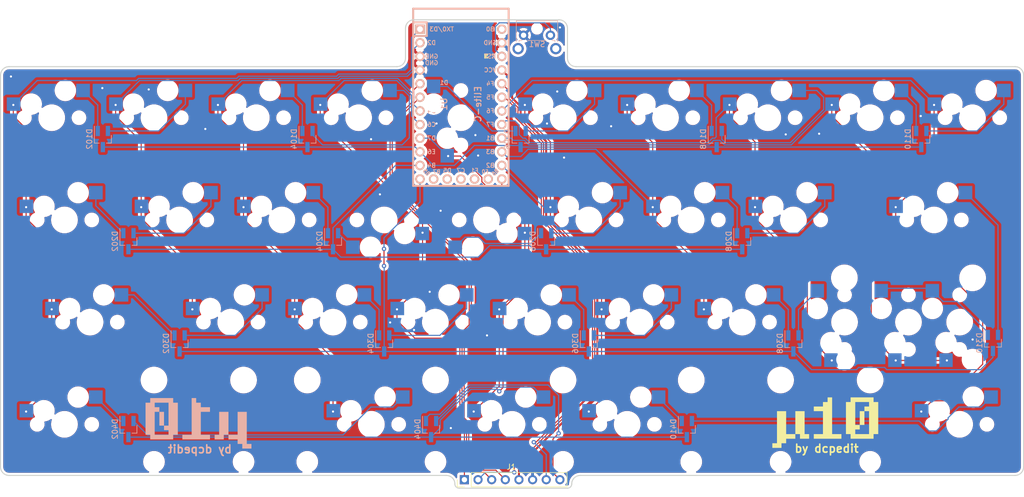
<source format=kicad_pcb>
(kicad_pcb (version 20211014) (generator pcbnew)
  (title_block (title "Sketchy Sketchy PCB") (date "2022-02-04") (rev "1") (company "dcpedit"))
  (layers (0 "F.Cu" signal) (31 "B.Cu" signal) (34 "B.Paste" user) (35 "F.Paste" user) (36 "B.SilkS" user "B.Silkscreen") (37 "F.SilkS" user "F.Silkscreen") (38 "B.Mask" user) (39 "F.Mask" user) (44 "Edge.Cuts" user))
  (net 0 "")
  (net 1 "Net-(D102-Pad1)")
  (net 2 "Row0")
  (net 3 "Net-(D102-Pad2)")
  (net 4 "Net-(D104-Pad1)")
  (net 5 "Row1")
  (net 6 "Net-(D104-Pad2)")
  (net 7 "Net-(D106-Pad1)")
  (net 8 "Net-(D106-Pad2)")
  (net 9 "Net-(D108-Pad1)")
  (net 10 "Net-(D108-Pad2)")
  (net 11 "Net-(D110-Pad1)")
  (net 12 "Net-(D110-Pad2)")
  (net 13 "Net-(D202-Pad1)")
  (net 14 "Net-(D202-Pad2)")
  (net 15 "Net-(D204-Pad1)")
  (net 16 "Net-(D204-Pad2)")
  (net 17 "Net-(D206-Pad1)")
  (net 18 "Net-(D206-Pad2)")
  (net 19 "Net-(D208-Pad1)")
  (net 20 "Net-(D208-Pad2)")
  (net 21 "Row2")
  (net 22 "Row3")
  (net 23 "Net-(D302-Pad1)")
  (net 24 "Net-(D302-Pad2)")
  (net 25 "Net-(D304-Pad1)")
  (net 26 "Net-(D304-Pad2)")
  (net 27 "Net-(D306-Pad1)")
  (net 28 "Net-(D306-Pad2)")
  (net 29 "Net-(D308-Pad1)")
  (net 30 "Net-(D308-Pad2)")
  (net 31 "Net-(D310-Pad2)")
  (net 32 "Net-(D402-Pad1)")
  (net 33 "Net-(D310-Pad1)")
  (net 34 "Net-(D402-Pad2)")
  (net 35 "S2")
  (net 36 "ENB")
  (net 37 "ENA")
  (net 38 "Net-(D410-Pad1)")
  (net 39 "Net-(D410-Pad2)")
  (net 40 "Net-(D404-Pad2)")
  (net 47 "SDA")
  (net 48 "SCL")
  (net 49 "+5V")
  (net 50 "Col0")
  (net 51 "Col1")
  (net 52 "Col2")
  (net 53 "Col3")
  (net 54 "Col4")
  (net 55 "Col5")
  (net 56 "Col6")
  (net 57 "Col7")
  (net 58 "Col8")
  (net 59 "Col9")
  (net 60 "GND")
  (net 61 "Net-(SW1-Pad1)")
  (footprint "Keebio-Parts:Elite-C" (layer "F.Cu") (at 148.43125 46.6725 -90)
    (fp_text reference "U1")
    (fp_text value "Elite-C")
  )
  (footprint "MX_Only:MXOnly-1.25U-Hotswap" (layer "F.Cu") (at 74.6125 106.3625)
    (fp_text reference "MX401")
    (fp_text value "MX-NoLED")
  )
  (footprint "MX_Only:MXOnly-1U-Hotswap" (layer "F.Cu") (at 191.29375 68.2625)
    (fp_text reference "MX207")
    (fp_text value "MX-NoLED")
  )
  (footprint "MX_Only:MXOnly-10U-Hotswap-ReversedStabilizers" (layer "F.Cu") (at 157.95625 106.3625)
    (fp_text reference "MX405")
    (fp_text value "MX-NoLED")
  )
  (footprint "MX_Only:MXOnly-1U-Hotswap" (layer "F.Cu") (at 153.19375 68.2625 180)
    (fp_text reference "MX205")
    (fp_text value "MX-NoLED")
  )
  (footprint "MX_Only:MXOnly-1U-Hotswap" (layer "F.Cu") (at 148.43125 49.2125 90)
    (fp_text reference "MX105")
    (fp_text value "MX-NoLED")
  )
  (footprint "Connector_PinHeader_2.54mm:PinHeader_1x08_P2.54mm_Vertical" (layer "F.Cu") (at 149.08125 116.68125 90)
    (fp_text reference "J1")
    (fp_text value "Conn_01x08_Female")
  )
  (footprint "MX_Only:MXOnly-1.75U-Hotswap" (layer "F.Cu") (at 236.5375 68.2625)
    (fp_text reference "MX310")
    (fp_text value "MX-NoLED")
  )
  (footprint "MX_Only:MXOnly-1U-Hotswap" (layer "F.Cu") (at 115.09375 68.2625)
    (fp_text reference "MX203")
    (fp_text value "MX-NoLED")
  )
  (footprint "MX_Only:MXOnly-1U-Hotswap" (layer "F.Cu") (at 167.48125 49.2125)
    (fp_text reference "MX106")
    (fp_text value "MX-NoLED")
  )
  (footprint "MX_Only:MXOnly-1.25U-Hotswap" (layer "F.Cu") (at 241.3 106.3625)
    (fp_text reference "MX410")
    (fp_text value "MX-NoLED")
  )
  (footprint "MX_Only:MXOnly-2.25U-Hotswap-ReversedStabilizers" (layer "F.Cu") (at 131.7625 106.3625)
    (fp_text reference "MX403")
    (fp_text value "MX-NoLED")
  )
  (footprint "MX_Only:MXOnly-1U-Hotswap" (layer "F.Cu") (at 124.61875 87.3125)
    (fp_text reference "MX303")
    (fp_text value "MX-NoLED")
  )
  (footprint "MX_Only:MXOnly-1U-Hotswap" (layer "F.Cu") (at 172.24375 68.2625)
    (fp_text reference "MX206")
    (fp_text value "MX-NoLED")
  )
  (footprint "MX_Only:MXOnly-1U-Hotswap" (layer "F.Cu") (at 134.14375 68.2625 180)
    (fp_text reference "MX204")
    (fp_text value "MX-NoLED")
  )
  (footprint "MX_Only:MXOnly-1U-Hotswap" (layer "F.Cu") (at 105.56875 87.3125)
    (fp_text reference "MX302")
    (fp_text value "MX-NoLED")
  )
  (footprint "MX_Only:MXOnly-1U-Hotswap" (layer "F.Cu") (at 200.81875 87.3125)
    (fp_text reference "MX307")
    (fp_text value "MX-NoLED")
  )
  (footprint "MX_Only:MXOnly-2.25U-Hotswap-ReversedStabilizers" (layer "F.Cu") (at 231.775 87.3125)
    (fp_text reference "MX309.225")
    (fp_text value "MX-NoLED")
  )
  (footprint "MX_Only:MXOnly-1U-Hotswap" (layer "F.Cu") (at 224.63125 49.2125)
    (fp_text reference "MX109")
    (fp_text value "MX-NoLED")
  )
  (footprint "MX_Only:MXOnly-1U-Hotswap" (layer "F.Cu") (at 72.23125 49.2125)
    (fp_text reference "MX101")
    (fp_text value "MX-NoLED")
  )
  (footprint "MX_Only:MXOnly-1U-Hotswap" (layer "F.Cu") (at 186.53125 49.2125)
    (fp_text reference "MX107")
    (fp_text value "MX-NoLED")
  )
  (footprint "MX_Only:MXOnly-2.75U-Hotswap-ReversedStabilizers" (layer "F.Cu") (at 179.3875 106.3625)
    (fp_text reference "MX406")
    (fp_text value "MX-NoLED")
  )
  (footprint "micro10:micro10_logo" (layer "F.Cu") (at 216.281 106.045)
    (fp_text reference "G***" hide)
    (fp_text value "LOGO" hide)
  )
  (footprint "MX_Only:MXOnly-1U-Hotswap" (layer "F.Cu") (at 210.34375 68.2625)
    (fp_text reference "MX208")
    (fp_text value "MX-NoLED")
  )
  (footprint "MX_Only:MXOnly-1U-Hotswap" (layer "F.Cu") (at 219.86875 87.3125)
    (fp_text reference "MX308")
    (fp_text value "MX-NoLED")
  )
  (footprint "MX_Only:MXOnly-1U-Hotswap" (layer "F.Cu") (at 205.58125 49.2125)
    (fp_text reference "MX108")
    (fp_text value "MX-NoLED")
  )
  (footprint "MX_Only:MXOnly-1U-Hotswap" (layer "F.Cu") (at 181.76875 87.3125)
    (fp_text reference "MX306")
    (fp_text value "MX-NoLED")
  )
  (footprint "MX_Only:MXOnly-1U-Hotswap" (layer "F.Cu") (at 162.71875 87.3125)
    (fp_text reference "MX305")
    (fp_text value "MX-NoLED")
  )
  (footprint "MX_Only:MXOnly-1U-Hotswap" (layer "F.Cu") (at 91.28125 49.2125)
    (fp_text reference "MX102")
    (fp_text value "MX-NoLED")
  )
  (footprint "MX_Only:MXOnly-1U-Hotswap" (layer "F.Cu") (at 129.38125 49.2125)
    (fp_text reference "MX104")
    (fp_text value "MX-NoLED")
  )
  (footprint "MX_Only:MXOnly-1U-Hotswap" (layer "F.Cu") (at 143.66875 87.3125)
    (fp_text reference "MX304")
    (fp_text value "MX-NoLED")
  )
  (footprint "MX_Only:MXOnly-1.25U-Hotswap" (layer "F.Cu") (at 74.6125 68.2625)
    (fp_text reference "MX201")
    (fp_text value "MX-NoLED")
  )
  (footprint "MX_Only:MXOnly-1.75U-Hotswap" (layer "F.Cu") (at 79.375 87.3125)
    (fp_text reference "MX301")
    (fp_text value "MX-NoLED")
  )
  (footprint "MX_Only:MXOnly-1U-Hotswap" (layer "F.Cu") (at 243.68125 49.2125)
    (fp_text reference "MX110")
    (fp_text value "MX-NoLED")
  )
  (footprint "MX_Only:MXOnly-6.25U-Hotswap-ReversedStabilizers" (layer "F.Cu") (at 157.95625 106.3625)
    (fp_text reference "REF**")
    (fp_text value "6.25")
  )
  (footprint "MX_Only:MXOnly-1.25U-Hotswap" (layer "F.Cu") (at 241.3 87.3125)
    (fp_text reference "MX309")
    (fp_text value "MX-NoLED")
  )
  (footprint "MX_Only:MXOnly-1U-Hotswap" (layer "F.Cu") (at 96.04375 68.2625)
    (fp_text reference "MX202")
    (fp_text value "MX-NoLED")
  )
  (footprint "MX_Only:MXOnly-1U-Hotswap" (layer "F.Cu") (at 110.33125 49.2125)
    (fp_text reference "MX103")
    (fp_text value "MX-NoLED")
  )
  (footprint "Keebio-Parts:SW_Tactile_SPST_Angled_MJTP1117" (layer "B.Cu") (at 165.1 33.84375 180)
    (fp_text reference "SW1")
    (fp_text value "SW_Push")
  )
  (footprint "Keebio-Parts:SOT-23_Handsoldering" (layer "B.Cu") (at 81.75625 53.18125 -90)
    (fp_text reference "D102")
    (fp_text value "BAV70")
  )
  (footprint "Keebio-Parts:SOT-23_Handsoldering" (layer "B.Cu") (at 196.05625 53.18125 -90)
    (fp_text reference "D108")
    (fp_text value "BAV70")
  )
  (footprint "Keebio-Parts:SOT-23_Handsoldering" (layer "B.Cu") (at 247.49375 91.19375 -90)
    (fp_text reference "D310")
    (fp_text value "BAV70")
  )
  (footprint "Keebio-Parts:SOT-23_Handsoldering" (layer "B.Cu") (at 159.54375 53.18125 -90)
    (fp_text reference "D106")
    (fp_text value "BAV70")
  )
  (footprint "Keebio-Parts:SOT-23_Handsoldering" (layer "B.Cu") (at 134.14375 91.28125 -90)
    (fp_text reference "D304")
    (fp_text value "BAV70")
  )
  (footprint "Keebio-Parts:SOT-23_Handsoldering" (layer "B.Cu") (at 200.81875 72.23125 -90)
    (fp_text reference "D208")
    (fp_text value "BAV70")
  )
  (footprint "Keebio-Parts:SOT-23_Handsoldering" (layer "B.Cu") (at 172.24375 91.28125 -90)
    (fp_text reference "D306")
    (fp_text value "BAV70")
  )
  (footprint "Keebio-Parts:SOT-23_Handsoldering" (layer "B.Cu") (at 96.04375 91.28125 -90)
    (fp_text reference "D302")
    (fp_text value "BAV70")
  )
  (footprint "Keebio-Parts:SOT-23_Handsoldering" (layer "B.Cu") (at 124.61875 72.23125 -90)
    (fp_text reference "D204")
    (fp_text value "BAV70")
  )
  (footprint "Keebio-Parts:SOT-23_Handsoldering" (layer "B.Cu") (at 234.15625 53.18125 -90)
    (fp_text reference "D110")
    (fp_text value "BAV70")
  )
  (footprint "Keebio-Parts:SOT-23_Handsoldering" (layer "B.Cu") (at 142.875 107.24375 -90)
    (fp_text reference "D404")
    (fp_text value "BAV70")
  )
  (footprint "Keebio-Parts:SOT-23_Handsoldering" (layer "B.Cu") (at 119.85625 53.18125 -90)
    (fp_text reference "D104")
    (fp_text value "BAV70")
  )
  (footprint "Keebio-Parts:SOT-23_Handsoldering" (layer "B.Cu") (at 164.30625 72.23125 -90)
    (fp_text reference "D206")
    (fp_text value "BAV70")
  )
  (footprint "Keebio-Parts:SOT-23_Handsoldering" (layer "B.Cu") (at 86.51875 107.24375 -90)
    (fp_text reference "D402")
    (fp_text value "BAV70")
  )
  (footprint "Keebio-Parts:SOT-23_Handsoldering" (layer "B.Cu") (at 86.51875 72.23125 -90)
    (fp_text reference "D202")
    (fp_text value "BAV70")
  )
  (footprint "Keebio-Parts:SOT-23_Handsoldering" (layer "B.Cu") (at 190.5 107.24375 -90)
    (fp_text reference "D410")
    (fp_text value "BAV70")
  )
  (footprint "micro10:micro10_logo" (layer "B.Cu") (at 99.568 106.172 180)
    (fp_text reference "G***" hide)
    (fp_text value "LOGO" hide)
  )
  (footprint "Keebio-Parts:SOT-23_Handsoldering" (layer "B.Cu") (at 210.34375 91.28125 -90)
    (fp_text reference "D308")
    (fp_text value "BAV70")
  )
  (gr_line (start 64.29375 115.8875) (end 145.721218 115.8875) (layer "Edge.Cuts") (width 0.2))
  (gr_line (start 138.1125 32.54375) (end 138.1125 38.1) (layer "Edge.Cuts") (width 0.2))
  (gr_line (start 168.275 38.1) (end 168.275 32.54375) (layer "Edge.Cuts") (width 0.2))
  (gr_arc (start 148.102468 118.26875) (mid 147.541202 118.036266) (end 147.308718 117.475) (layer "Edge.Cuts") (width 0.2))
  (gr_line (start 251.61875 39.6875) (end 169.8625 39.6875) (layer "Edge.Cuts") (width 0.2))
  (gr_arc (start 145.721218 115.8875) (mid 146.84375 116.352468) (end 147.308718 117.475) (layer "Edge.Cuts") (width 0.2))
  (gr_arc (start 169.06875 117.475) (mid 168.836266 118.036266) (end 168.275 118.26875) (layer "Edge.Cuts") (width 0.2))
  (gr_arc (start 138.1125 32.54375) (mid 138.577468 31.421218) (end 139.7 30.95625) (layer "Edge.Cuts") (width 0.2))
  (gr_line (start 253.20625 41.275) (end 253.20625 114.3) (layer "Edge.Cuts") (width 0.2))
  (gr_arc (start 166.6875 30.95625) (mid 167.810032 31.421218) (end 168.275 32.54375) (layer "Edge.Cuts") (width 0.2))
  (gr_arc (start 169.06875 117.475) (mid 169.533718 116.352468) (end 170.65625 115.8875) (layer "Edge.Cuts") (width 0.2))
  (gr_arc (start 138.1125 38.1) (mid 137.647532 39.222532) (end 136.525 39.6875) (layer "Edge.Cuts") (width 0.2))
  (gr_line (start 136.525 39.6875) (end 64.29375 39.6875) (layer "Edge.Cuts") (width 0.2))
  (gr_line (start 148.102468 118.26875) (end 168.275 118.26875) (layer "Edge.Cuts") (width 0.2))
  (gr_line (start 62.70625 41.275) (end 62.70625 114.3) (layer "Edge.Cuts") (width 0.2))
  (gr_arc (start 253.20625 114.3) (mid 252.741282 115.422532) (end 251.61875 115.8875) (layer "Edge.Cuts") (width 0.2))
  (gr_line (start 170.65625 115.8875) (end 251.61875 115.8875) (layer "Edge.Cuts") (width 0.2))
  (gr_arc (start 64.29375 115.8875) (mid 63.171218 115.422532) (end 62.70625 114.3) (layer "Edge.Cuts") (width 0.2))
  (gr_arc (start 62.70625 41.275) (mid 63.171218 40.152468) (end 64.29375 39.6875) (layer "Edge.Cuts") (width 0.2))
  (gr_line (start 166.6875 30.95625) (end 139.7 30.95625) (layer "Edge.Cuts") (width 0.2))
  (gr_arc (start 251.61875 39.6875) (mid 252.741282 40.152468) (end 253.20625 41.275) (layer "Edge.Cuts") (width 0.2))
  (gr_arc (start 169.8625 39.6875) (mid 168.739968 39.222532) (end 168.275 38.1) (layer "Edge.Cuts") (width 0.2))
  (gr_text "by dcpedit" (at 99.822 110.998) (layer "B.SilkS") (effects (font (size 1.5 1.5) (thickness 0.3)) (justify mirror)))
  (gr_text "by dcpedit" (at 216.535 110.871) (layer "F.SilkS") (effects (font (size 1.5 1.5) (thickness 0.3))))
  (segment (start 80.80625 46.8655) (end 80.80625 51.68125) (width 0.2032) (layer "B.Cu") (net 1))
  (segment (start 78.07325 44.1325) (end 80.80625 46.8655) (width 0.2032) (layer "B.Cu") (net 1))
  (segment (start 150.930883 54.385089) (end 147.213472 58.1025) (width 0.2032) (layer "B.Cu") (net 2))
  (segment (start 147.213472 58.1025) (end 143.35125 58.1025) (width 0.2032) (layer "B.Cu") (net 2))
  (segment (start 159.54375 54.68125) (end 159.247589 54.385089) (width 0.2032) (layer "B.Cu") (net 2))
  (segment (start 139.93 54.68125) (end 140.81125 55.5625) (width 0.2032) (layer "B.Cu") (net 2))
  (segment (start 143.35125 58.1025) (end 140.81125 55.5625) (width 0.2032) (layer "B.Cu") (net 2))
  (segment (start 159.54375 54.68125) (end 196.05625 54.68125) (width 0.2032) (layer "B.Cu") (net 2))
  (segment (start 119.85625 54.68125) (end 139.93 54.68125) (width 0.2032) (layer "B.Cu") (net 2))
  (segment (start 81.75625 54.68125) (end 119.85625 54.68125) (width 0.2032) (layer "B.Cu") (net 2))
  (segment (start 196.05625 54.68125) (end 234.15625 54.68125) (width 0.2032) (layer "B.Cu") (net 2))
  (segment (start 159.247589 54.385089) (end 150.930883 54.385089) (width 0.2032) (layer "B.Cu") (net 2))
  (segment (start 92.128862 51.68125) (end 82.70625 51.68125) (width 0.2032) (layer "B.Cu") (net 3))
  (segment (start 97.12325 44.1325) (end 97.12325 46.686862) (width 0.2032) (layer "B.Cu") (net 3))
  (segment (start 97.12325 46.686862) (end 92.128862 51.68125) (width 0.2032) (layer "B.Cu") (net 3))
  (segment (start 118.90625 46.8655) (end 118.90625 51.68125) (width 0.2032) (layer "B.Cu") (net 4))
  (segment (start 116.17325 44.1325) (end 118.90625 46.8655) (width 0.2032) (layer "B.Cu") (net 4))
  (segment (start 153.784901 73.056341) (end 151.647621 75.193621) (width 0.2032) (layer "B.Cu") (net 5))
  (segment (start 124.61875 73.73125) (end 86.51875 73.73125) (width 0.2032) (layer "B.Cu") (net 5))
  (segment (start 200.81875 73.73125) (end 164.30625 73.73125) (width 0.2032) (layer "B.Cu") (net 5))
  (segment (start 140.81125 58.1025) (end 136.245278 58.1025) (width 0.2032) (layer "B.Cu") (net 5))
  (segment (start 126.081121 75.193621) (end 124.61875 73.73125) (width 0.2032) (layer "B.Cu") (net 5))
  (segment (start 164.30625 73.73125) (end 161.941976 73.73125) (width 0.2032) (layer "B.Cu") (net 5))
  (segment (start 124.61875 69.729028) (end 124.61875 73.73125) (width 0.2032) (layer "B.Cu") (net 5))
  (segment (start 151.647621 75.193621) (end 126.081121 75.193621) (width 0.2032) (layer "B.Cu") (net 5))
  (segment (start 136.245278 58.1025) (end 124.61875 69.729028) (width 0.2032) (layer "B.Cu") (net 5))
  (segment (start 161.267067 73.056341) (end 153.784901 73.056341) (width 0.2032) (layer "B.Cu") (net 5))
  (segment (start 161.941976 73.73125) (end 161.267067 73.056341) (width 0.2032) (layer "B.Cu") (net 5))
  (segment (start 122.682 54.27853) (end 120.80625 52.40278) (width 0.2032) (layer "B.Cu") (net 6))
  (segment (start 138.828399 52.941601) (end 137.49147 54.27853) (width 0.2032) (layer "B.Cu") (net 6))
  (segment (start 137.78094 44.1325) (end 138.828399 45.179959) (width 0.2032) (layer "B.Cu") (net 6))
  (segment (start 138.828399 45.179959) (end 138.828399 52.941601) (width 0.2032) (layer "B.Cu") (net 6))
  (segment (start 120.80625 52.40278) (end 120.80625 51.68125) (width 0.2032) (layer "B.Cu") (net 6))
  (segment (start 137.49147 54.27853) (end 122.682 54.27853) (width 0.2032) (layer "B.Cu") (net 6))
  (segment (start 135.22325 44.1325) (end 137.78094 44.1325) (width 0.2032) (layer "B.Cu") (net 6))
  (segment (start 158.59375 51.68125) (end 154.246002 51.68125) (width 0.2032) (layer "B.Cu") (net 7))
  (segment (start 145.935252 43.3705) (end 143.35125 43.3705) (width 0.2032) (layer "B.Cu") (net 7))
  (segment (start 154.246002 51.68125) (end 145.935252 43.3705) (width 0.2032) (layer "B.Cu") (net 7))
  (segment (start 173.32325 44.1325) (end 173.32325 46.686862) (width 0.2032) (layer "B.Cu") (net 8))
  (segment (start 173.32325 46.686862) (end 168.328862 51.68125) (width 0.2032) (layer "B.Cu") (net 8))
  (segment (start 168.328862 51.68125) (end 160.49375 51.68125) (width 0.2032) (layer "B.Cu") (net 8))
  (segment (start 195.10625 46.8655) (end 195.10625 51.68125) (width 0.2032) (layer "B.Cu") (net 9))
  (segment (start 192.37325 44.1325) (end 195.10625 46.8655) (width 0.2032) (layer "B.Cu") (net 9))
  (segment (start 215.970139 45.409139) (end 215.970139 47.679079) (width 0.2032) (layer "B.Cu") (net 10))
  (segment (start 215.970139 47.679079) (end 209.773408 53.87581) (width 0.2032) (layer "B.Cu") (net 10))
  (segment (start 214.6935 44.1325) (end 215.970139 45.409139) (width 0.2032) (layer "B.Cu") (net 10))
  (segment (start 197.00625 53.224158) (end 197.00625 51.68125) (width 0.2032) (layer "B.Cu") (net 10))
  (segment (start 209.773408 53.87581) (end 197.657902 53.87581) (width 0.2032) (layer "B.Cu") (net 10))
  (segment (start 211.42325 44.1325) (end 214.6935 44.1325) (width 0.2032) (layer "B.Cu") (net 10))
  (segment (start 197.657902 53.87581) (end 197.00625 53.224158) (width 0.2032) (layer "B.Cu") (net 10))
  (segment (start 230.47325 44.1325) (end 233.20625 46.8655) (width 0.2032) (layer "B.Cu") (net 11))
  (segment (start 233.20625 46.8655) (end 233.20625 51.68125) (width 0.2032) (layer "B.Cu") (net 11))
  (segment (start 249.52325 46.686862) (end 244.528862 51.68125) (width 0.2032) (layer "B.Cu") (net 12))
  (segment (start 244.528862 51.68125) (end 235.10625 51.68125) (width 0.2032) (layer "B.Cu") (net 12))
  (segment (start 249.52325 44.1325) (end 249.52325 46.686862) (width 0.2032) (layer "B.Cu") (net 12))
  (segment (start 80.4545 63.1825) (end 80.4545 65.617) (width 0.2032) (layer "B.Cu") (net 13))
  (segment (start 80.4545 65.617) (end 85.56875 70.73125) (width 0.2032) (layer "B.Cu") (net 13))
  (segment (start 101.88575 63.1825) (end 101.88575 65.736862) (width 0.2032) (layer "B.Cu") (net 14))
  (segment (start 101.88575 65.736862) (end 96.891362 70.73125) (width 0.2032) (layer "B.Cu") (net 14))
  (segment (start 96.891362 70.73125) (end 87.46875 70.73125) (width 0.2032) (layer "B.Cu") (net 14))
  (segment (start 123.66875 65.9155) (end 123.66875 70.73125) (width 0.2032) (layer "B.Cu") (net 15))
  (segment (start 120.93575 63.1825) (end 123.66875 65.9155) (width 0.2032) (layer "B.Cu") (net 15))
  (segment (start 128.18 73.3425) (end 125.56875 70.73125) (width 0.2032) (layer "B.Cu") (net 16))
  (segment (start 128.30175 73.3425) (end 128.18 73.3425) (width 0.2032) (layer "B.Cu") (net 16))
  (segment (start 152.917621 72.653621) (end 161.433879 72.653621) (width 0.2032) (layer "B.Cu") (net 17))
  (segment (start 151.755379 71.491379) (end 152.917621 72.653621) (width 0.2032) (layer "B.Cu") (net 17))
  (segment (start 149.202871 71.491379) (end 151.755379 71.491379) (width 0.2032) (layer "B.Cu") (net 17))
  (segment (start 147.35175 73.3425) (end 149.202871 71.491379) (width 0.2032) (layer "B.Cu") (net 17))
  (segment (start 161.433879 72.653621) (end 163.35625 70.73125) (width 0.2032) (layer "B.Cu") (net 17))
  (segment (start 178.08575 65.736862) (end 178.08575 63.1825) (width 0.2032) (layer "B.Cu") (net 18))
  (segment (start 165.25625 70.73125) (end 173.091362 70.73125) (width 0.2032) (layer "B.Cu") (net 18))
  (segment (start 173.091362 70.73125) (end 178.08575 65.736862) (width 0.2032) (layer "B.Cu") (net 18))
  (segment (start 197.13575 63.1825) (end 199.86875 65.9155) (width 0.2032) (layer "B.Cu") (net 19))
  (segment (start 199.86875 65.9155) (end 199.86875 70.73125) (width 0.2032) (layer "B.Cu") (net 19))
  (segment (start 201.76875 70.73125) (end 211.191362 70.73125) (width 0.2032) (layer "B.Cu") (net 20))
  (segment (start 216.18575 65.736862) (end 216.18575 63.1825) (width 0.2032) (layer "B.Cu") (net 20))
  (segment (start 211.191362 70.73125) (end 216.18575 65.736862) (width 0.2032) (layer "B.Cu") (net 20))
  (segment (start 134.112 76.835) (end 134.112 73.66) (width 0.2032) (layer "F.Cu") (net 21))
  (via (at 134.112 76.835) (size 0.8) (drill 0.4) (layers "F.Cu" "B.Cu") (net 21))
  (via (at 134.112 73.66) (size 0.8) (drill 0.4) (layers "F.Cu" "B.Cu") (net 21))
  (segment (start 247.49375 93.88225) (end 247.49375 92.69375) (width 0.2032) (layer "B.Cu") (net 21))
  (segment (start 227.744621 96.172621) (end 245.203379 96.172621) (width 0.2032) (layer "B.Cu") (net 21))
  (segment (start 213.735121 96.172621) (end 222.089379 96.172621) (width 0.2032) (layer "B.Cu") (net 21))
  (segment (start 140.81125 60.6425) (end 140.81125 64.911362) (width 0.2032) (layer "B.Cu") (net 21))
  (segment (start 96.04375 92.78125) (end 134.14375 92.78125) (width 0.2032) (layer "B.Cu") (net 21))
  (segment (start 134.14375 92.78125) (end 134.14375 76.86675) (width 0.2032) (layer "B.Cu") (net 21))
  (segment (start 134.14375 92.78125) (end 172.24375 92.78125) (width 0.2032) (layer "B.Cu") (net 21))
  (segment (start 227.334479 95.762479) (end 227.744621 96.172621) (width 0.2032) (layer "B.Cu") (net 21))
  (segment (start 172.24375 92.78125) (end 210.34375 92.78125) (width 0.2032) (layer "B.Cu") (net 21))
  (segment (start 140.81125 64.911362) (end 134.112 71.610612) (width 0.2032) (layer "B.Cu") (net 21))
  (segment (start 245.203379 96.172621) (end 247.49375 93.88225) (width 0.2032) (layer "B.Cu") (net 21))
  (segment (start 222.499521 95.762479) (end 227.334479 95.762479) (width 0.2032) (layer "B.Cu") (net 21))
  (segment (start 134.14375 76.86675) (end 134.112 76.835) (width 0.2032) (layer "B.Cu") (net 21))
  (segment (start 210.34375 92.78125) (end 213.735121 96.172621) (width 0.2032) (layer "B.Cu") (net 21))
  (segment (start 134.112 71.610612) (end 134.112 73.66) (width 0.2032) (layer "B.Cu") (net 21))
  (segment (start 222.089379 96.172621) (end 222.499521 95.762479) (width 0.2032) (layer "B.Cu") (net 21))
  (segment (start 156.05125 60.6425) (end 156.05125 63.487856) (width 0.2032) (layer "F.Cu") (net 22))
  (segment (start 156.05125 63.487856) (end 161.038611 68.475217) (width 0.2032) (layer "F.Cu") (net 22))
  (segment (start 161.038611 80.024757) (end 156.276111 84.787257) (width 0.2032) (layer "F.Cu") (net 22))
  (segment (start 156.276111 84.787257) (end 156.276111 99.509145) (width 0.2032) (layer "F.Cu") (net 22))
  (segment (start 161.038611 68.475217) (end 161.038611 80.024757) (width 0.2032) (layer "F.Cu") (net 22))
  (segment (start 156.276111 99.509145) (end 155.578628 100.206628) (width 0.2032) (layer "F.Cu") (net 22))
  (via (at 155.578628 100.206628) (size 0.8) (drill 0.4) (layers "F.Cu" "B.Cu") (net 22))
  (segment (start 86.51875 108.74375) (end 142.875 108.74375) (width 0.2032) (layer "B.Cu") (net 22))
  (segment (start 155.578628 100.206628) (end 155.206099 99.834099) (width 0.2032) (layer "B.Cu") (net 22))
  (segment (start 144.563641 105.574641) (end 144.563641 107.055109) (width 0.2032) (layer "B.Cu") (net 22))
  (segment (start 155.206099 99.834099) (end 150.304183 99.834099) (width 0.2032) (layer "B.Cu") (net 22))
  (segment (start 142.875 108.74375) (end 190.5 108.74375) (width 0.2032) (layer "B.Cu") (net 22))
  (segment (start 150.304183 99.834099) (end 144.563641 105.574641) (width 0.2032) (layer "B.Cu") (net 22))
  (segment (start 144.563641 107.055109) (end 142.875 108.74375) (width 0.2032) (layer "B.Cu") (net 22))
  (segment (start 85.217 82.2325) (end 87.545 82.2325) (width 0.2032) (layer "B.Cu") (net 23))
  (segment (start 87.545 82.2325) (end 95.09375 89.78125) (width 0.2032) (layer "B.Cu") (net 23))
  (segment (start 111.41075 84.786862) (end 106.416362 89.78125) (width 0.2032) (layer "B.Cu") (net 24))
  (segment (start 106.416362 89.78125) (end 96.99375 89.78125) (width 0.2032) (layer "B.Cu") (net 24))
  (segment (start 111.41075 82.2325) (end 111.41075 84.786862) (width 0.2032) (layer "B.Cu") (net 24))
  (segment (start 133.19375 84.9655) (end 133.19375 89.78125) (width 0.2032) (layer "B.Cu") (net 25))
  (segment (start 130.46075 82.2325) (end 133.19375 84.9655) (width 0.2032) (layer "B.Cu") (net 25))
  (segment (start 144.516362 89.78125) (end 135.09375 89.78125) (width 0.2032) (layer "B.Cu") (net 26))
  (segment (start 149.51075 82.2325) (end 149.51075 84.786862) (width 0.2032) (layer "B.Cu") (net 26))
  (segment (start 149.51075 84.786862) (end 144.516362 89.78125) (width 0.2032) (layer "B.Cu") (net 26))
  (segment (start 168.56075 82.2325) (end 171.29375 84.9655) (width 0.2032) (layer "B.Cu") (net 27))
  (segment (start 171.29375 84.9655) (end 171.29375 89.78125) (width 0.2032) (layer "B.Cu") (net 27))
  (segment (start 182.616362 89.78125) (end 173.19375 89.78125) (width 0.2032) (layer "B.Cu") (net 28))
  (segment (start 187.61075 84.786862) (end 182.616362 89.78125) (width 0.2032) (layer "B.Cu") (net 28))
  (segment (start 187.61075 82.2325) (end 187.61075 84.786862) (width 0.2032) (layer "B.Cu") (net 28))
  (segment (start 206.66075 82.2325) (end 209.39375 84.9655) (width 0.2032) (layer "B.Cu") (net 29))
  (segment (start 209.39375 84.9655) (end 209.39375 89.78125) (width 0.2032) (layer "B.Cu") (net 29))
  (segment (start 211.29375 89.78125) (end 211.29375 84.9655) (width 0.2032) (layer "B.Cu") (net 30))
  (segment (start 211.29375 84.9655) (end 214.78875 81.4705) (width 0.2032) (layer "B.Cu") (net 30))
  (segment (start 248.44375 89.69375) (end 248.44375 69.24675) (width 0.2032) (layer "B.Cu") (net 31))
  (segment (start 248.44375 69.24675) (end 242.3795 63.1825) (width 0.2032) (layer "B.Cu") (net 31))
  (segment (start 80.4545 101.2825) (end 84.91575 105.74375) (width 0.2032) (layer "B.Cu") (net 32))
  (segment (start 84.91575 105.74375) (end 85.56875 105.74375) (width 0.2032) (layer "B.Cu") (net 32))
  (segment (start 235.755879 81.006379) (end 236.22 81.4705) (width 0.2032) (layer "B.Cu") (net 33))
  (segment (start 240.811621 83.458621) (end 246.54375 89.19075) (width 0.2032) (layer "B.Cu") (net 33))
  (segment (start 238.208121 83.458621) (end 240.811621 83.458621) (width 0.2032) (layer "B.Cu") (net 33))
  (segment (start 236.22 81.4705) (end 238.208121 83.458621) (width 0.2032) (layer "B.Cu") (net 33))
  (segment (start 227.159121 81.006379) (end 235.755879 81.006379) (width 0.2032) (layer "B.Cu") (net 33))
  (segment (start 226.695 81.4705) (end 227.159121 81.006379) (width 0.2032) (layer "B.Cu") (net 33))
  (segment (start 246.54375 89.19075) (end 246.54375 89.69375) (width 0.2032) (layer "B.Cu") (net 33))
  (segment (start 90.06603 108.34103) (end 126.467608 108.34103) (width 0.2032) (layer "B.Cu") (net 34))
  (segment (start 131.675017 103.133621) (end 135.753379 103.133621) (width 0.2032) (layer "B.Cu") (net 34))
  (segment (start 87.46875 105.74375) (end 90.06603 108.34103) (width 0.2032) (layer "B.Cu") (net 34))
  (segment (start 126.467608 108.34103) (end 131.675017 103.133621) (width 0.2032) (layer "B.Cu") (net 34))
  (segment (start 135.753379 103.133621) (end 137.6045 101.2825) (width 0.2032) (layer "B.Cu") (net 34))
  (segment (start 165.574379 109.092271) (end 165.574379 115.394379) (width 0.2032) (layer "F.Cu") (net 35))
  (segment (start 165.574379 115.394379) (end 166.86125 116.68125) (width 0.2032) (layer "F.Cu") (net 35))
  (segment (start 166.624 108.04265) (end 165.574379 109.092271) (width 0.2032) (layer "F.Cu") (net 35))
  (via (at 166.624 108.04265) (size 0.8) (drill 0.4) (layers "F.Cu" "B.Cu") (net 35))
  (segment (start 141.925 105.74375) (end 141.925 105.19375) (width 0.2032) (layer "B.Cu") (net 35))
  (segment (start 144.506579 104.492639) (end 149.970559 99.028659) (width 0.2032) (layer "B.Cu") (net 35))
  (segment (start 164.671631 99.028659) (end 166.624 100.981028) (width 0.2032) (layer "B.Cu") (net 35))
  (segment (start 141.925 105.19375) (end 142.626111 104.492639) (width 0.2032) (layer "B.Cu") (net 35))
  (segment (start 142.626111 104.492639) (end 144.506579 104.492639) (width 0.2032) (layer "B.Cu") (net 35))
  (segment (start 162.113941 99.028659) (end 164.671631 99.028659) (width 0.2032) (layer "B.Cu") (net 35))
  (segment (start 166.624 100.981028) (end 166.624 108.04265) (width 0.2032) (layer "B.Cu") (net 35))
  (segment (start 149.970559 99.028659) (end 162.113941 99.028659) (width 0.2032) (layer "B.Cu") (net 35))
  (segment (start 156.05125 45.4025) (end 156.577297 45.4025) (width 0.2032) (layer "F.Cu") (net 36))
  (segment (start 167.554856 104.562856) (end 165.459356 106.658356) (width 0.2032) (layer "F.Cu") (net 36))
  (segment (start 172.93691 99.180802) (end 167.554856 104.562856) (width 0.2032) (layer "F.Cu") (net 36))
  (segment (start 162.431843 109.685869) (end 162.009869 109.685869) (width 0.2032) (layer "F.Cu") (net 36))
  (segment (start 156.577297 45.4025) (end 158.653149 47.478352) (width 0.2032) (layer "F.Cu") (net 36))
  (segment (start 172.93691 77.741953) (end 172.93691 99.180802) (width 0.2032) (layer "F.Cu") (net 36))
  (segment (start 163.357978 53.939022) (end 163.41191 53.992954) (width 0.2032) (layer "F.Cu") (net 36))
  (segment (start 163.865979 68.671022) (end 172.93691 77.741953) (width 0.2032) (layer "F.Cu") (net 36))
  (segment (start 163.41191 53.992954) (end 163.41191 68.223442) (width 0.2032) (layer "F.Cu") (net 36))
  (segment (start 158.653149 49.234193) (end 159.992478 50.573522) (width 0.2032) (layer "F.Cu") (net 36))
  (segment (start 163.41191 68.223442) (end 163.85949 68.671022) (width 0.2032) (layer "F.Cu") (net 36))
  (segment (start 158.653149 47.478352) (end 158.653149 49.234193) (width 0.2032) (layer "F.Cu") (net 36))
  (segment (start 163.85949 68.671022) (end 163.865979 68.671022) (width 0.2032) (layer "F.Cu") (net 36))
  (segment (start 159.992478 50.573522) (end 163.357978 53.939022) (width 0.2032) (layer "F.Cu") (net 36))
  (segment (start 165.459356 106.658356) (end 162.431843 109.685869) (width 0.2032) (layer "F.Cu") (net 36))
  (via (at 162.009869 109.685869) (size 0.8) (drill 0.4) (layers "F.Cu" "B.Cu") (net 36))
  (segment (start 164.32125 111.99725) (end 164.32125 116.68125) (width 0.2032) (layer "B.Cu") (net 36))
  (segment (start 162.009869 109.685869) (end 164.32125 111.99725) (width 0.2032) (layer "B.Cu") (net 36))
  (segment (start 158.369 115.316) (end 158.369 114.318244) (width 0.2032) (layer "F.Cu") (net 37))
  (segment (start 173.33963 99.347614) (end 159.457622 113.229622) (width 0.2032) (layer "F.Cu") (net 37))
  (segment (start 163.821119 68.05663) (end 173.33963 77.575141) (width 0.2032) (layer "F.Cu") (net 37))
  (segment (start 157.472164 44.283414) (end 157.472164 45.727836) (width 0.2032) (layer "F.Cu") (net 37))
  (segment (start 158.369 114.318244) (end 159.457622 113.229622) (width 0.2032) (layer "F.Cu") (net 37))
  (segment (start 173.33963 77.575141) (end 173.33963 99.347614) (width 0.2032) (layer "F.Cu") (net 37))
  (segment (start 159.055869 49.067381) (end 163.81463 53.826142) (width 0.2032) (layer "F.Cu") (net 37))
  (segment (start 156.05125 42.8625) (end 157.472164 44.283414) (width 0.2032) (layer "F.Cu") (net 37))
  (segment (start 163.81463 68.05663) (end 163.821119 68.05663) (width 0.2032) (layer "F.Cu") (net 37))
  (segment (start 159.055869 47.31154) (end 159.055869 49.067381) (width 0.2032) (layer "F.Cu") (net 37))
  (segment (start 163.81463 53.826142) (end 163.81463 68.05663) (width 0.2032) (layer "F.Cu") (net 37))
  (segment (start 157.472164 45.727836) (end 159.055869 47.31154) (width 0.2032) (layer "F.Cu") (net 37))
  (via (at 158.369 115.316) (size 0.8) (drill 0.4) (layers "F.Cu" "B.Cu") (net 37))
  (segment (start 151.62125 116.68125) (end 152.9865 115.316) (width 0.2032) (layer "B.Cu") (net 37))
  (segment (start 152.9865 115.316) (end 158.369 115.316) (width 0.2032) (layer "B.Cu") (net 37))
  (segment (start 185.2295 101.42325) (end 189.55 105.74375) (width 0.2032) (layer "B.Cu") (net 38))
  (segment (start 185.2295 101.2825) (end 185.2295 101.42325) (width 0.2032) (layer "B.Cu") (net 38))
  (segment (start 241.163379 103.133621) (end 245.290879 103.133621) (width 0.2032) (layer "B.Cu") (net 39))
  (segment (start 236.962379 107.588621) (end 239.148191 105.402809) (width 0.2032) (layer "B.Cu") (net 39))
  (segment (start 191.45 105.74375) (end 233.75975 105.74375) (width 0.2032) (layer "B.Cu") (net 39))
  (segment (start 233.75975 105.74375) (end 235.604621 107.588621) (width 0.2032) (layer "B.Cu") (net 39))
  (segment (start 239.148191 105.148809) (end 241.163379 103.133621) (width 0.2032) (layer "B.Cu") (net 39))
  (segment (start 239.148191 105.402809) (end 239.148191 105.148809) (width 0.2032) (layer "B.Cu") (net 39))
  (segment (start 245.290879 103.133621) (end 247.142 101.2825) (width 0.2032) (layer "B.Cu") (net 39))
  (segment (start 235.604621 107.588621) (end 236.962379 107.588621) (width 0.2032) (layer "B.Cu") (net 39))
  (segment (start 163.79825 101.2825) (end 161.947129 99.431379) (width 0.2032) (layer "B.Cu") (net 40))
  (segment (start 150.137371 99.431379) (end 143.825 105.74375) (width 0.2032) (layer "B.Cu") (net 40))
  (segment (start 161.947129 99.431379) (end 150.137371 99.431379) (width 0.2032) (layer "B.Cu") (net 40))
  (segment (start 139.633839 46.010379) (end 139.633839 44.039911) (width 0.2032) (layer "F.Cu") (net 47))
  (segment (start 139.633839 44.039911) (end 140.81125 42.8625) (width 0.2032) (layer "F.Cu") (net 47))
  (segment (start 150.495 115.316) (end 149.48397 114.30497) (width 0.2032) (layer "F.Cu") (net 47))
  (segment (start 149.974871 76.710091) (end 135.24789 61.98311) (width 0.2032) (layer "F.Cu") (net 47))
  (segment (start 149.48397 106.17697) (end 148.641248 105.334248) (width 0.2032) (layer "F.Cu") (net 47))
  (segment (start 152.796 115.316) (end 150.495 115.316) (width 0.2032) (layer "F.Cu") (net 47))
  (segment (start 149.48397 114.30497) (end 149.48397 106.17697) (width 0.2032) (layer "F.Cu") (net 47))
  (segment (start 148.641248 89.154) (end 149.974871 87.820377) (width 0.2032) (layer "F.Cu") (net 47))
  (segment (start 135.24789 61.98311) (end 135.24789 50.396328) (width 0.2032) (layer "F.Cu") (net 47))
  (segment (start 135.24789 50.396328) (end 139.633839 46.010379) (width 0.2032) (layer "F.Cu") (net 47))
  (segment (start 154.16125 116.68125) (end 152.796 115.316) (width 0.2032) (layer "F.Cu") (net 47))
  (segment (start 149.974871 87.820377) (end 149.974871 76.710091) (width 0.2032) (layer "F.Cu") (net 47))
  (segment (start 148.641248 105.334248) (end 148.641248 89.154) (width 0.2032) (layer "F.Cu") (net 47))
  (segment (start 149.043968 105.167436) (end 149.88669 106.010158) (width 0.2032) (layer "F.Cu") (net 48))
  (segment (start 135.65061 61.816298) (end 150.377591 76.543279) (width 0.2032) (layer "F.Cu") (net 48))
  (segment (start 135.65061 50.56314) (end 135.65061 61.816298) (width 0.2032) (layer "F.Cu") (net 48))
  (segment (start 154.93328 114.91328) (end 156.70125 116.68125) (width 0.2032) (layer "F.Cu") (net 48))
  (segment (start 149.88669 106.010158) (end 149.88669 114.138158) (width 0.2032) (layer "F.Cu") (net 48))
  (segment (start 149.88669 114.138158) (end 150.661812 114.91328) (width 0.2032) (layer "F.Cu") (net 48))
  (segment (start 150.377591 87.987189) (end 149.043968 89.320812) (width 0.2032) (layer "F.Cu") (net 48))
  (segment (start 150.377591 76.543279) (end 150.377591 87.987189) (width 0.2032) (layer "F.Cu") (net 48))
  (segment (start 150.661812 114.91328) (end 154.93328 114.91328) (width 0.2032) (layer "F.Cu") (net 48))
  (segment (start 140.81125 45.4025) (end 135.65061 50.56314) (width 0.2032) (layer "F.Cu") (net 48))
  (segment (start 149.043968 89.320812) (end 149.043968 105.167436) (width 0.2032) (layer "F.Cu") (net 48))
  (segment (start 164.30625 53.622506) (end 164.30625 67.846505) (width 0.381) (layer "F.Cu") (net 49))
  (segment (start 164.30625 67.846505) (end 173.83125 77.371505) (width 0.381) (layer "F.Cu") (net 49))
  (segment (start 157.963784 45.5242) (end 159.547489 47.107905) (width 0.381) (layer "F.Cu") (net 49))
  (segment (start 159.547489 48.863745) (end 164.30625 53.622506) (width 0.381) (layer "F.Cu") (net 49))
  (segment (start 159.547489 47.107905) (end 159.547489 48.863745) (width 0.381) (layer "F.Cu") (net 49))
  (segment (start 173.83125 99.55125) (end 159.24125 114.14125) (width 0.381) (layer "F.Cu") (net 49))
  (segment (start 173.83125 77.371505) (end 173.83125 99.55125) (width 0.381) (layer "F.Cu") (net 49))
  (segment (start 156.05125 40.3225) (end 157.963784 42.235034) (width 0.381) (layer "F.Cu") (net 49))
  (segment (start 157.963784 42.235034) (end 157.963784 45.5242) (width 0.381) (layer "F.Cu") (net 49))
  (segment (start 159.24125 114.14125) (end 159.24125 116.68125) (width 0.381) (layer "F.Cu") (net 49))
  (segment (start 67.46875 51.263998) (end 65.0875 48.882748) (width 0.2032) (layer "F.Cu") (net 50))
  (segment (start 72.23125 84.93125) (end 72.23125 99.21875) (width 0.2032) (layer "F.Cu") (net 50))
  (segment (start 67.46875 65.88125) (end 67.46875 51.263998) (width 0.2032) (layer "F.Cu") (net 50))
  (segment (start 67.46875 67.932748) (end 67.46875 65.88125) (width 0.2032) (layer "F.Cu") (net 50))
  (segment (start 72.23125 72.695248) (end 67.46875 67.932748) (width 0.2032) (layer "F.Cu") (net 50))
  (segment (start 72.23125 99.21875) (end 67.46875 103.98125) (width 0.2032) (layer "F.Cu") (net 50))
  (segment (start 72.23125 84.93125) (end 72.23125 72.695248) (width 0.2032) (layer "F.Cu") (net 50))
  (segment (start 65.0875 48.882748) (end 65.0875 46.83125) (width 0.2032) (layer "F.Cu") (net 50))
  (via (at 65.0875 46.83125) (size 0.8) (drill 0.4) (layers "F.Cu" "B.Cu") (net 50))
  (via (at 72.23125 84.93125) (size 0.8) (drill 0.4) (layers "F.Cu" "B.Cu") (net 50))
  (via (at 67.46875 103.98125) (size 0.8) (drill 0.4) (layers "F.Cu" "B.Cu") (net 50))
  (via (at 67.46875 65.88125) (size 0.8) (drill 0.4) (layers "F.Cu" "B.Cu") (net 50))
  (segment (start 139.231119 34.282631) (end 140.81125 32.7025) (width 0.2032) (layer "B.Cu") (net 50))
  (segment (start 106.68 41.878659) (end 107.08272 41.475939) (width 0.2032) (layer "B.Cu") (net 50))
  (segment (start 125.275061 41.475939) (end 125.677781 41.073219) (width 0.2032) (layer "B.Cu") (net 50))
  (segment (start 88.017839 42.281379) (end 88.420559 41.878659) (width 0.2032) (layer "B.Cu") (net 50))
  (segment (start 125.677781 41.073219) (end 138.316249 41.073219) (width 0.2032) (layer "B.Cu") (net 50))
  (segment (start 65.14625 46.6725) (end 69.537371 42.281379) (width 0.2032) (layer "B.Cu") (net 50))
  (segment (start 88.420559 41.878659) (end 106.68 41.878659) (width 0.2032) (layer "B.Cu") (net 50))
  (segment (start 69.537371 42.281379) (end 88.017839 42.281379) (width 0.2032) (layer "B.Cu") (net 50))
  (segment (start 138.316249 41.073219) (end 139.231119 40.158349) (width 0.2032) (layer "B.Cu") (net 50))
  (segment (start 139.231119 40.158349) (end 139.231119 34.282631) (width 0.2032) (layer "B.Cu") (net 50))
  (segment (start 107.08272 41.475939) (end 125.275061 41.475939) (width 0.2032) (layer "B.Cu") (net 50))
  (segment (start 88.9 53.645248) (end 84.1375 48.882748) (width 0.2032) (layer "F.Cu") (net 51))
  (segment (start 88.9 67.945) (end 88.9 65.88125) (width 0.2032) (layer "F.Cu") (net 51))
  (segment (start 84.1375 48.882748) (end 84.1375 46.83125) (width 0.2032) (layer "F.Cu") (net 51))
  (segment (start 88.9 65.88125) (end 88.9 53.645248) (width 0.2032) (layer "F.Cu") (net 51))
  (segment (start 98.425 77.47) (end 88.9 67.945) (width 0.2032) (layer "F.Cu") (net 51))
  (segment (start 98.425 84.93125) (end 98.425 77.47) (width 0.2032) (layer "F.Cu") (net 51))
  (via (at 88.9 65.88125) (size 0.8) (drill 0.4) (layers "F.Cu" "B.Cu") (net 51))
  (via (at 84.1375 46.83125) (size 0.8) (drill 0.4) (layers "F.Cu" "B.Cu") (net 51))
  (via (at 98.425 84.93125) (size 0.8) (drill 0.4) (layers "F.Cu" "B.Cu") (net 51))
  (segment (start 106.943621 42.281379) (end 107.346341 41.878659) (width 0.2032) (layer "B.Cu") (net 51))
  (segment (start 88.587371 42.281379) (end 106.943621 42.281379) (width 0.2032) (layer "B.Cu") (net 51))
  (segment (start 84.19625 46.6725) (end 88.587371 42.281379) (width 0.2032) (layer "B.Cu") (net 51))
  (segment (start 139.633839 36.419911) (end 140.81125 35.2425) (width 0.2032) (layer "B.Cu") (net 51))
  (segment (start 125.507341 41.878659) (end 125.910061 41.475939) (width 0.2032) (layer "B.Cu") (net 51))
  (segment (start 107.346341 41.878659) (end 125.507341 41.878659) (width 0.2032) (layer "B.Cu") (net 51))
  (segment (start 139.633839 40.325161) (end 139.633839 36.419911) (width 0.2032) (layer "B.Cu") (net 51))
  (segment (start 125.910061 41.475939) (end 138.483061 41.475939) (width 0.2032) (layer "B.Cu") (net 51))
  (segment (start 138.483061 41.475939) (end 139.633839 40.325161) (width 0.2032) (layer "B.Cu") (net 51))
  (segment (start 124.61875 94.126498) (end 117.475 86.982748) (width 0.2032) (layer "F.Cu") (net 52))
  (segment (start 103.1875 48.9585) (end 103.1875 46.83125) (width 0.2032) (layer "F.Cu") (net 52))
  (segment (start 117.475 86.982748) (end 117.475 84.93125) (width 0.2032) (layer "F.Cu") (net 52))
  (segment (start 107.95 53.721) (end 103.1875 48.9585) (width 0.2032) (layer "F.Cu") (net 52))
  (segment (start 117.475 77.597) (end 107.95 68.072) (width 0.2032) (layer "F.Cu") (net 52))
  (segment (start 124.61875 103.98125) (end 124.61875 94.126498) (width 0.2032) (layer "F.Cu") (net 52))
  (segment (start 117.475 84.93125) (end 117.475 77.597) (width 0.2032) (layer "F.Cu") (net 52))
  (segment (start 107.95 68.072) (end 107.95 65.88125) (width 0.2032) (layer "F.Cu") (net 52))
  (segment (start 107.95 65.88125) (end 107.95 53.721) (width 0.2032) (layer "F.Cu") (net 52))
  (via (at 107.95 65.88125) (size 0.8) (drill 0.4) (layers "F.Cu" "B.Cu") (net 52))
  (via (at 117.475 84.93125) (size 0.8) (drill 0.4) (layers "F.Cu" "B.Cu") (net 52))
  (via (at 103.1875 46.83125) (size 0.8) (drill 0.4) (layers "F.Cu" "B.Cu") (net 52))
  (via (at 124.61875 103.98125) (size 0.8) (drill 0.4) (layers "F.Cu" "B.Cu") (net 52))
  (segment (start 107.637371 42.281379) (end 125.720379 42.281379) (width 0.2032) (layer "B.Cu") (net 52))
  (segment (start 125.720379 42.281379) (end 126.123099 41.878659) (width 0.2032) (layer "B.Cu") (net 52))
  (segment (start 126.123099 41.878659) (end 136.666163 41.878659) (width 0.2032) (layer "B.Cu") (net 52))
  (segment (start 139.633839 44.846335) (end 139.633839 46.765089) (width 0.2032) (layer "B.Cu") (net 52))
  (segment (start 139.633839 46.765089) (end 140.81125 47.9425) (width 0.2032) (layer "B.Cu") (net 52))
  (segment (start 136.666163 41.878659) (end 139.633839 44.846335) (width 0.2032) (layer "B.Cu") (net 52))
  (segment (start 103.24625 46.6725) (end 107.637371 42.281379) (width 0.2032) (layer "B.Cu") (net 52))
  (segment (start 148.238528 105.50106) (end 149.08125 106.343782) (width 0.2032) (layer "F.Cu") (net 53))
  (segment (start 141.2875 70.64375) (end 141.2875 80.16875) (width 0.2032) (layer "F.Cu") (net 53))
  (segment (start 147.066 90.297) (end 148.238528 91.469528) (width 0.2032) (layer "F.Cu") (net 53))
  (segment (start 141.2875 70.64375) (end 141.2875 68.592252) (width 0.2032) (layer "F.Cu") (net 53))
  (segment (start 148.238528 91.469528) (end 148.238528 105.50106) (width 0.2032) (layer "F.Cu") (net 53))
  (segment (start 122.2375 49.542252) (end 122.2375 46.83125) (width 0.2032) (layer "F.Cu") (net 53))
  (segment (start 136.525 86.982748) (end 139.839252 90.297) (width 0.2032) (layer "F.Cu") (net 53))
  (segment (start 141.2875 68.592252) (end 122.2375 49.542252) (width 0.2032) (layer "F.Cu") (net 53))
  (segment (start 136.525 84.93125) (end 136.525 86.982748) (width 0.2032) (layer "F.Cu") (net 53))
  (segment (start 141.2875 80.16875) (end 136.525 84.93125) (width 0.2032) (layer "F.Cu") (net 53))
  (segment (start 149.08125 106.343782) (end 149.08125 116.68125) (width 0.2032) (layer "F.Cu") (net 53))
  (segment (start 139.839252 90.297) (end 147.066 90.297) (width 0.2032) (layer "F.Cu") (net 53))
  (via (at 141.2875 70.64375) (size 0.8) (drill 0.4) (layers "F.Cu" "B.Cu") (net 53))
  (via (at 122.2375 46.83125) (size 0.8) (drill 0.4) (layers "F.Cu" "B.Cu") (net 53))
  (via (at 136.525 84.93125) (size 0.8) (drill 0.4) (layers "F.Cu" "B.Cu") (net 53))
  (segment (start 136.499351 42.281379) (end 139.231119 45.013147) (width 0.2032) (layer "B.Cu") (net 53))
  (segment (start 126.687371 42.281379) (end 136.499351 42.281379) (width 0.2032) (layer "B.Cu") (net 53))
  (segment (start 122.29625 46.6725) (end 126.687371 42.281379) (width 0.2032) (layer "B.Cu") (net 53))
  (segment (start 139.231119 45.013147) (end 139.231119 48.902369) (width 0.2032) (layer "B.Cu") (net 53))
  (segment (start 139.231119 48.902369) (end 140.81125 50.4825) (width 0.2032) (layer "B.Cu") (net 53))
  (segment (start 160.3375 68.343638) (end 160.3375 70.64375) (width 0.2032) (layer "F.Cu") (net 54))
  (segment (start 152.333839 61.130201) (end 153.179638 61.976) (width 0.2032) (layer "F.Cu") (net 54))
  (segment (start 148.350112 56.35625) (end 152.333839 60.339977) (width 0.2032) (layer "F.Cu") (net 54))
  (segment (start 153.179638 61.976) (end 153.969862 61.976) (width 0.2032) (layer "F.Cu") (net 54))
  (segment (start 153.969862 61.976) (end 160.3375 68.343638) (width 0.2032) (layer "F.Cu") (net 54))
  (segment (start 155.575 84.918836) (end 155.575 84.93125) (width 0.2032) (layer "F.Cu") (net 54))
  (segment (start 155.575 99.21875) (end 150.8125 103.98125) (width 0.2032) (layer "F.Cu") (net 54))
  (segment (start 152.333839 60.339977) (end 152.333839 61.130201) (width 0.2032) (layer "F.Cu") (net 54))
  (segment (start 160.3375 70.64375) (end 160.3375 80.156336) (width 0.2032) (layer "F.Cu") (net 54))
  (segment (start 160.3375 80.156336) (end 155.575 84.918836) (width 0.2032) (layer "F.Cu") (net 54))
  (segment (start 146.05 56.35625) (end 148.350112 56.35625) (width 0.2032) (layer "F.Cu") (net 54))
  (segment (start 155.575 84.93125) (end 155.575 99.21875) (width 0.2032) (layer "F.Cu") (net 54))
  (via (at 150.8125 103.98125) (size 0.8) (drill 0.4) (layers "F.Cu" "B.Cu") (net 54))
  (via (at 146.05 56.35625) (size 0.8) (drill 0.4) (layers "F.Cu" "B.Cu") (net 54))
  (via (at 155.575 84.93125) (size 0.8) (drill 0.4) (layers "F.Cu" "B.Cu") (net 54))
  (via (at 160.3375 70.64375) (size 0.8) (drill 0.4) (layers "F.Cu" "B.Cu") (net 54))
  (segment (start 140.81125 53.0225) (end 142.61625 53.0225) (width 0.2032) (layer "B.Cu") (net 54))
  (segment (start 142.61625 53.0225) (end 145.89125 56.2975) (width 0.2032) (layer "B.Cu") (net 54))
  (segment (start 165.1 53.721) (end 160.3375 48.9585) (width 0.2032) (layer "F.Cu") (net 55))
  (segment (start 165.1 67.945) (end 165.1 65.88125) (width 0.2032) (layer "F.Cu") (net 55))
  (segment (start 160.3375 48.9585) (end 160.3375 46.83125) (width 0.2032) (layer "F.Cu") (net 55))
  (segment (start 174.625 77.47) (end 165.1 67.945) (width 0.2032) (layer "F.Cu") (net 55))
  (segment (start 174.625 84.93125) (end 174.625 101.6) (width 0.2032) (layer "F.Cu") (net 55))
  (segment (start 165.1 65.88125) (end 165.1 53.721) (width 0.2032) (layer "F.Cu") (net 55))
  (segment (start 174.625 101.6) (end 172.24375 103.98125) (width 0.2032) (layer "F.Cu") (net 55))
  (segment (start 174.625 84.93125) (end 174.625 77.47) (width 0.2032) (layer "F.Cu") (net 55))
  (via (at 174.625 84.93125) (size 0.8) (drill 0.4) (layers "F.Cu" "B.Cu") (net 55))
  (via (at 172.24375 103.98125) (size 0.8) (drill 0.4) (layers "F.Cu" "B.Cu") (net 55))
  (via (at 165.1 65.88125) (size 0.8) (drill 0.4) (layers "F.Cu" "B.Cu") (net 55))
  (via (at 160.3375 46.83125) (size 0.8) (drill 0.4) (layers "F.Cu" "B.Cu") (net 55))
  (segment (start 165.1 65.88125) (end 163.83 65.88125) (width 0.2032) (layer "B.Cu") (net 55))
  (segment (start 163.83 65.88125) (end 156.05125 58.1025) (width 0.2032) (layer "B.Cu") (net 55))
  (segment (start 184.15 65.88125) (end 184.15 53.848) (width 0.2032) (layer "F.Cu") (net 56))
  (segment (start 193.675 77.457748) (end 184.15 67.932748) (width 0.2032) (layer "F.Cu") (net 56))
  (segment (start 184.15 67.932748) (end 184.15 65.88125) (width 0.2032) (layer "F.Cu") (net 56))
  (segment (start 184.15 53.848) (end 179.3875 49.0855) (width 0.2032) (layer "F.Cu") (net 56))
  (segment (start 193.675 84.93125) (end 193.675 77.457748) (width 0.2032) (layer "F.Cu") (net 56))
  (segment (start 179.3875 49.0855) (end 179.3875 46.83125) (width 0.2032) (layer "F.Cu") (net 56))
  (via (at 193.675 84.93125) (size 0.8) (drill 0.4) (layers "F.Cu" "B.Cu") (net 56))
  (via (at 184.15 65.88125) (size 0.8) (drill 0.4) (layers "F.Cu" "B.Cu") (net 56))
  (via (at 179.3875 46.83125) (size 0.8) (drill 0.4) (layers "F.Cu" "B.Cu") (net 56))
  (segment (start 156.92755 56.4388) (end 159.5882 56.4388) (width 0.2032) (layer "B.Cu") (net 56))
  (segment (start 156.05125 55.5625) (end 156.92755 56.4388) (width 0.2032) (layer "B.Cu") (net 56))
  (segment (start 160.94303 55.08397) (end 173.57022 55.08397) (width 0.2032) (layer "B.Cu") (net 56))
  (segment (start 173.57022 55.08397) (end 184.20875 65.7225) (width 0.2032) (layer "B.Cu") (net 56))
  (segment (start 159.5882 56.4388) (end 160.94303 55.08397) (width 0.2032) (layer "B.Cu") (net 56))
  (segment (start 203.2 53.721) (end 198.4375 48.9585) (width 0.2032) (layer "F.Cu") (net 57))
  (segment (start 198.4375 48.9585) (end 198.4375 46.83125) (width 0.2032) (layer "F.Cu") (net 57))
  (segment (start 203.2 67.945) (end 203.2 65.88125) (width 0.2032) (layer "F.Cu") (net 57))
  (segment (start 212.937629 77.682629) (end 203.2 67.945) (width 0.2032) (layer "F.Cu") (net 57))
  (segment (start 212.937629 89.906379) (end 212.937629 77.682629) (width 0.2032) (layer "F.Cu") (net 57))
  (segment (start 203.2 65.88125) (end 203.2 53.721) (width 0.2032) (layer "F.Cu") (net 57))
  (segment (start 217.4875 94.45625) (end 212.937629 89.906379) (width 0.2032) (layer "F.Cu") (net 57))
  (via (at 217.4875 94.45625) (size 0.8) (drill 0.4) (layers "F.Cu" "B.Cu") (net 57))
  (via (at 198.4375 46.83125) (size 0.8) (drill 0.4) (layers "F.Cu" "B.Cu") (net 57))
  (via (at 203.2 65.88125) (size 0.8) (drill 0.4) (layers "F.Cu" "B.Cu") (net 57))
  (segment (start 161.260064 53.87581) (end 194.40919 53.87581) (width 0.2032) (layer "B.Cu") (net 57))
  (segment (start 194.40919 53.87581) (end 195.2625 53.0225) (width 0.2032) (layer "B.Cu") (net 57))
  (segment (start 195.2625 53.0225) (end 195.717222 53.0225) (width 0.2032) (layer "B.Cu") (net 57))
  (segment (start 159.294861 52.360861) (end 159.294861 50.582861) (width 0.2032) (layer "B.Cu") (net 57))
  (segment (start 159.9565 53.0225) (end 159.294861 52.360861) (width 0.2032) (layer "B.Cu") (net 57))
  (segment (start 195.717222 53.0225) (end 195.961 52.778722) (width 0.2032) (layer "B.Cu") (net 57))
  (segment (start 156.05125 50.4825) (end 156.74975 49.784) (width 0.2032) (layer "B.Cu") (net 57))
  (segment (start 156.74975 49.784) (end 158.496 49.784) (width 0.2032) (layer "B.Cu") (net 57))
  (segment (start 195.961 49.20775) (end 198.49625 46.6725) (width 0.2032) (layer "B.Cu") (net 57))
  (segment (start 158.496 49.784) (end 159.294861 50.582861) (width 0.2032) (layer "B.Cu") (net 57))
  (segment (start 195.961 52.778722) (end 195.961 49.20775) (width 0.2032) (layer "B.Cu") (net 57))
  (segment (start 160.406754 53.0225) (end 159.9565 53.0225) (width 0.2032) (layer "B.Cu") (net 57))
  (segment (start 160.406754 53.0225) (end 161.260064 53.87581) (width 0.2032) (layer "B.Cu") (net 57))
  (segment (start 224.843879 56.239127) (end 217.4875 48.882748) (width 0.2032) (layer "F.Cu") (net 58))
  (segment (start 224.843879 89.906379) (end 224.843879 56.239127) (width 0.2032) (layer "F.Cu") (net 58))
  (segment (start 217.4875 48.882748) (end 217.4875 46.83125) (width 0.2032) (layer "F.Cu") (net 58))
  (segment (start 229.39375 94.45625) (end 224.843879 89.906379) (width 0.2032) (layer "F.Cu") (net 58))
  (segment (start 229.39375 94.45625) (end 238.91875 94.45625) (width 0.2032) (layer "F.Cu") (net 58))
  (via (at 217.4875 46.83125) (size 0.8) (drill 0.4) (layers "F.Cu" "B.Cu") (net 58))
  (via (at 229.39375 94.45625) (size 0.8) (drill 0.4) (layers "F.Cu" "B.Cu") (net 58))
  (via (at 238.91875 94.45625) (size 0.8) (drill 0.4) (layers "F.Cu" "B.Cu") (net 58))
  (segment (start 158.18853 53.42522) (end 160.239942 53.42522) (width 0.2032) (layer "B.Cu") (net 58))
  (segment (start 161.093252 54.27853) (end 194.64147 54.27853) (width 0.2032) (layer "B.Cu") (net 58))
  (segment (start 195.49478 53.42522) (end 196.63778 53.42522) (width 0.2032) (layer "B.Cu") (net 58))
  (segment (start 196.63778 53.42522) (end 197.49109 54.27853) (width 0.2032) (layer "B.Cu") (net 58))
  (segment (start 194.64147 54.27853) (end 195.49478 53.42522) (width 0.2032) (layer "B.Cu") (net 58))
  (segment (start 209.94022 54.27853) (end 217.54625 46.6725) (width 0.2032) (layer "B.Cu") (net 58))
  (segment (start 156.05125 53.0225) (end 157.78581 53.0225) (width 0.2032) (layer "B.Cu") (net 58))
  (segment (start 157.78581 53.0225) (end 158.18853 53.42522) (width 0.2032) (layer "B.Cu") (net 58))
  (segment (start 197.49109 54.27853) (end 209.94022 54.27853) (width 0.2032) (layer "B.Cu") (net 58))
  (segment (start 160.239942 53.42522) (end 161.093252 54.27853) (width 0.2032) (layer "B.Cu") (net 58))
  (segment (start 229.39375 68.592252) (end 229.39375 65.88125) (width 0.2032) (layer "F.Cu") (net 59))
  (segment (start 245.588121 84.786623) (end 229.39375 68.592252) (width 0.2032) (layer "F.Cu") (net 59))
  (segment (start 245.588121 95.152879) (end 245.588121 84.786623) (width 0.2032) (layer "F.Cu") (net 59))
  (segment (start 236.5375 58.7375) (end 236.5375 46.83125) (width 0.2032) (layer "F.Cu") (net 59))
  (segment (start 229.39375 65.88125) (end 236.5375 58.7375) (width 0.2032) (layer "F.Cu") (net 59))
  (segment (start 238.769621 101.971379) (end 245.588121 95.152879) (width 0.2032) (layer "F.Cu") (net 59))
  (segment (start 236.166121 101.971379) (end 238.769621 101.971379) (width 0.2032) (layer "F.Cu") (net 59))
  (segment (start 234.15625 103.98125) (end 236.166121 101.971379) (width 0.2032) (layer "F.Cu") (net 59))
  (via (at 234.15625 103.98125) (size 0.8) (drill 0.4) (layers "F.Cu" "B.Cu") (net 59))
  (via (at 229.39375 65.88125) (size 0.8) (drill 0.4) (layers "F.Cu" "B.Cu") (net 59))
  (via (at 236.5375 46.83125) (size 0.8) (drill 0.4) (layers "F.Cu" "B.Cu") (net 59))
  (segment (start 236.59625 46.6725) (end 232.205129 42.281379) (width 0.2032) (layer "B.Cu") (net 59))
  (segment (start 156.05125 47.9425) (end 161.712371 42.281379) (width 0.2032) (layer "B.Cu") (net 59))
  (segment (start 161.712371 42.281379) (end 162.950621 42.281379) (width 0.2032) (layer "B.Cu") (net 59))
  (segment (start 232.205129 42.281379) (end 162.950621 42.281379) (width 0.2032) (layer "B.Cu") (net 59))
  (via (at 143.891 50.292) (size 0.8) (drill 0.4) (layers "F.Cu" "B.Cu") (net 60))
  (via (at 133.35 63.5) (size 0.8) (drill 0.4) (layers "F.Cu" "B.Cu") (net 60))
  (via (at 166.878 32.385) (size 0.8) (drill 0.4) (layers "F.Cu" "B.Cu") (net 60))
  (via (at 151.13 52.451) (size 0.8) (drill 0.4) (layers "F.Cu" "B.Cu") (net 60))
  (via (at 208.915 52.324) (size 0.8) (drill 0.4) (layers "F.Cu" "B.Cu") (net 60))
  (via (at 153.289 89.789) (size 0.8) (drill 0.4) (layers "F.Cu" "B.Cu") (net 60))
  (via (at 139.7 88.773) (size 0.8) (drill 0.4) (layers "F.Cu" "B.Cu") (net 60))
  (via (at 135.255 87.376) (size 0.8) (drill 0.4) (layers "F.Cu" "B.Cu") (net 60))
  (via (at 90.297 43.942) (size 0.8) (drill 0.4) (layers "F.Cu" "B.Cu") (net 60))
  (via (at 64.643 41.529) (size 0.8) (drill 0.4) (layers "F.Cu" "B.Cu") (net 60))
  (via (at 243.713 90.551) (size 0.8) (drill 0.4) (layers "F.Cu" "B.Cu") (net 60))
  (via (at 176.403 50.8) (size 0.8) (drill 0.4) (layers "F.Cu" "B.Cu") (net 60))
  (via (at 167.64 56.642) (size 0.8) (drill 0.4) (layers "F.Cu" "B.Cu") (net 60))
  (via (at 164.465 50.292) (size 0.8) (drill 0.4) (layers "F.Cu" "B.Cu") (net 60))
  (via (at 144.653 66.548) (size 0.8) (drill 0.4) (layers "F.Cu" "B.Cu") (net 60))
  (via (at 142.621 81.661) (size 0.8) (drill 0.4) (layers "F.Cu" "B.Cu") (net 60))
  (via (at 234.061 48.895) (size 0.8) (drill 0.4) (layers "F.Cu" "B.Cu") (net 60))
  (via (at 81.661 43.688) (size 0.8) (drill 0.4) (layers "F.Cu" "B.Cu") (net 60))
  (via (at 166.37 44.323) (size 0.8) (drill 0.4) (layers "F.Cu" "B.Cu") (net 60))
  (via (at 100.838 51.308) (size 0.8) (drill 0.4) (layers "F.Cu" "B.Cu") (net 60))
  (via (at 215.138 52.197) (size 0.8) (drill 0.4) (layers "F.Cu" "B.Cu") (net 60))
  (via (at 131.699 53.213) (size 0.8) (drill 0.4) (layers "F.Cu" "B.Cu") (net 60))
  (via (at 146.558 107.061) (size 0.8) (drill 0.4) (layers "F.Cu" "B.Cu") (net 60))
  (via (at 151.638 56.261) (size 0.8) (drill 0.4) (layers "F.Cu" "B.Cu") (net 60))
  (segment (start 165.1 32.606314) (end 164.018775 31.525089) (width 0.2032) (layer "B.Cu") (net 61))
  (segment (start 155.563549 31.525089) (end 155.329819 31.758819) (width 0.2032) (layer "B.Cu") (net 61))
  (segment (start 165.1 33.84375) (end 165.1 32.606314) (width 0.2032) (layer "B.Cu") (net 61))
  (segment (start 154.873839 32.214799) (end 155.329819 31.758819) (width 0.2032) (layer "B.Cu") (net 61))
  (segment (start 164.018775 31.525089) (end 155.563549 31.525089) (width 0.2032) (layer "B.Cu") (net 61))
  (segment (start 156.05125 37.7825) (end 154.873839 36.605089) (width 0.2032) (layer "B.Cu") (net 61))
  (segment (start 155.329819 31.758819) (end 155.592638 31.496) (width 0.2032) (layer "B.Cu") (net 61))
  (segment (start 154.873839 36.605089) (end 154.873839 32.214799) (width 0.2032) (layer "B.Cu") (net 61))
  (zone (net 60) (net_name "GND") (layers F&B.Cu) (connect_pads (clearance 0.508)) (min_thickness 0.254) (fill yes (thermal_gap 0.508) (thermal_bridge_width 0.508))
    (polygon (pts (xy 169.06875 39.6875) (xy 253.20625 39.6875) (xy 253.20625 118.26875) (xy 62.70625 118.26875) (xy 62.70625 39.6875) (xy 137.31875 39.6875) (xy 138.1125 30.95625) (xy 168.275 30.95625)))
  )
)
</source>
